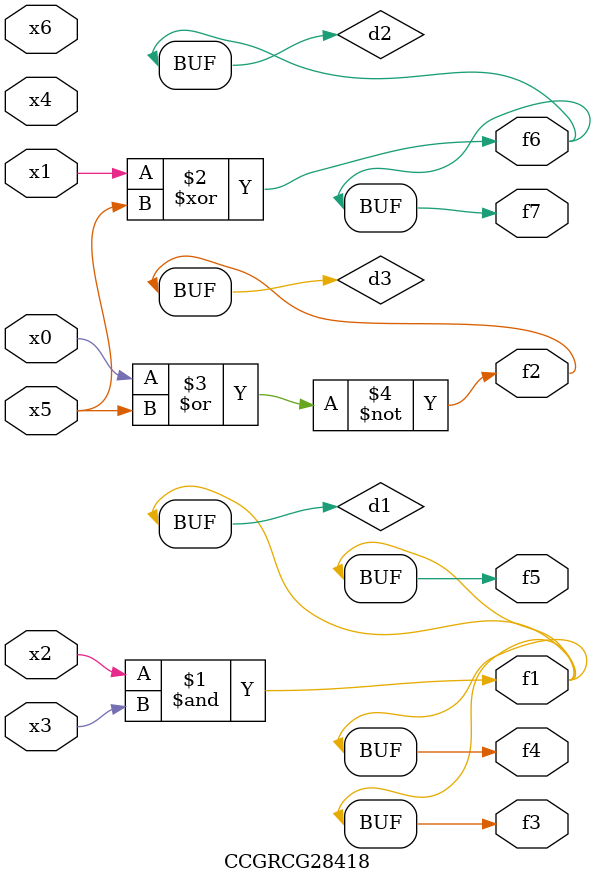
<source format=v>
module CCGRCG28418(
	input x0, x1, x2, x3, x4, x5, x6,
	output f1, f2, f3, f4, f5, f6, f7
);

	wire d1, d2, d3;

	and (d1, x2, x3);
	xor (d2, x1, x5);
	nor (d3, x0, x5);
	assign f1 = d1;
	assign f2 = d3;
	assign f3 = d1;
	assign f4 = d1;
	assign f5 = d1;
	assign f6 = d2;
	assign f7 = d2;
endmodule

</source>
